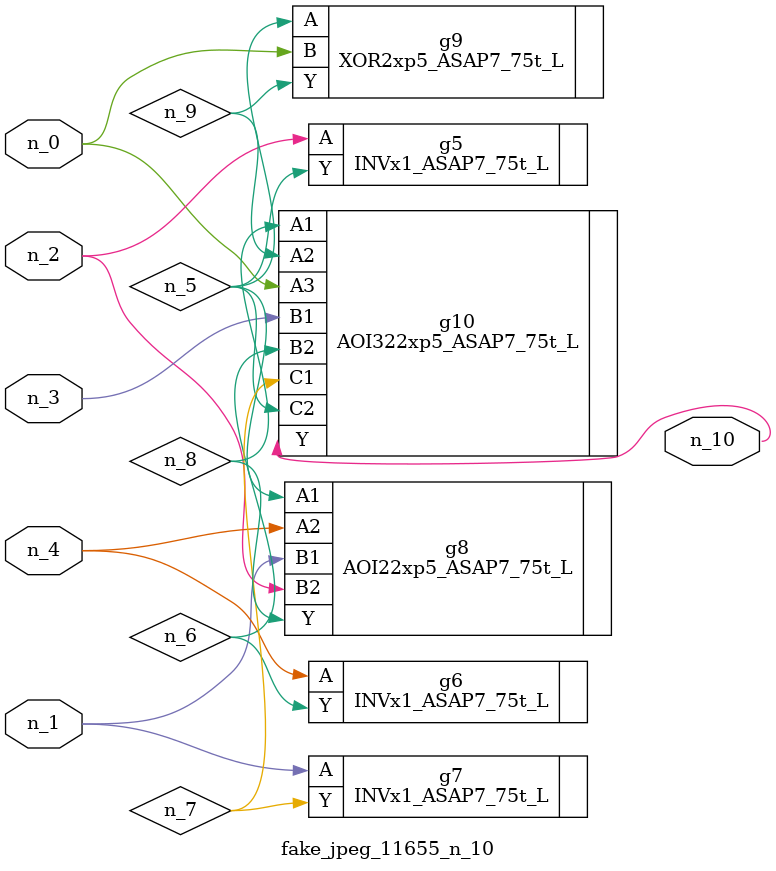
<source format=v>
module fake_jpeg_11655_n_10 (n_3, n_2, n_1, n_0, n_4, n_10);

input n_3;
input n_2;
input n_1;
input n_0;
input n_4;

output n_10;

wire n_8;
wire n_9;
wire n_6;
wire n_5;
wire n_7;

INVx1_ASAP7_75t_L g5 ( 
.A(n_2),
.Y(n_5)
);

INVx1_ASAP7_75t_L g6 ( 
.A(n_4),
.Y(n_6)
);

INVx1_ASAP7_75t_L g7 ( 
.A(n_1),
.Y(n_7)
);

AOI22xp5_ASAP7_75t_L g8 ( 
.A1(n_5),
.A2(n_4),
.B1(n_1),
.B2(n_2),
.Y(n_8)
);

AOI322xp5_ASAP7_75t_L g10 ( 
.A1(n_8),
.A2(n_9),
.A3(n_0),
.B1(n_3),
.B2(n_6),
.C1(n_7),
.C2(n_5),
.Y(n_10)
);

XOR2xp5_ASAP7_75t_L g9 ( 
.A(n_5),
.B(n_0),
.Y(n_9)
);


endmodule
</source>
